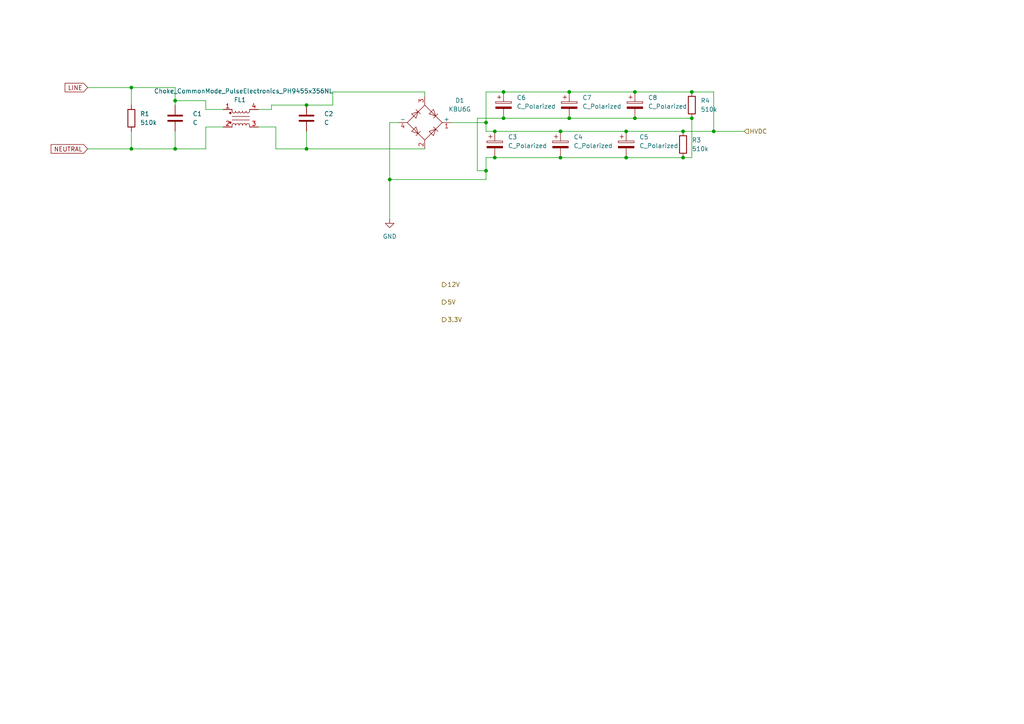
<source format=kicad_sch>
(kicad_sch
	(version 20231120)
	(generator "eeschema")
	(generator_version "8.0")
	(uuid "88c3e881-0933-4ca9-a72a-aac251d83b02")
	(paper "A4")
	(lib_symbols
		(symbol "Device:C"
			(pin_numbers hide)
			(pin_names
				(offset 0.254)
			)
			(exclude_from_sim no)
			(in_bom yes)
			(on_board yes)
			(property "Reference" "C"
				(at 0.635 2.54 0)
				(effects
					(font
						(size 1.27 1.27)
					)
					(justify left)
				)
			)
			(property "Value" "C"
				(at 0.635 -2.54 0)
				(effects
					(font
						(size 1.27 1.27)
					)
					(justify left)
				)
			)
			(property "Footprint" ""
				(at 0.9652 -3.81 0)
				(effects
					(font
						(size 1.27 1.27)
					)
					(hide yes)
				)
			)
			(property "Datasheet" "~"
				(at 0 0 0)
				(effects
					(font
						(size 1.27 1.27)
					)
					(hide yes)
				)
			)
			(property "Description" "Unpolarized capacitor"
				(at 0 0 0)
				(effects
					(font
						(size 1.27 1.27)
					)
					(hide yes)
				)
			)
			(property "ki_keywords" "cap capacitor"
				(at 0 0 0)
				(effects
					(font
						(size 1.27 1.27)
					)
					(hide yes)
				)
			)
			(property "ki_fp_filters" "C_*"
				(at 0 0 0)
				(effects
					(font
						(size 1.27 1.27)
					)
					(hide yes)
				)
			)
			(symbol "C_0_1"
				(polyline
					(pts
						(xy -2.032 -0.762) (xy 2.032 -0.762)
					)
					(stroke
						(width 0.508)
						(type default)
					)
					(fill
						(type none)
					)
				)
				(polyline
					(pts
						(xy -2.032 0.762) (xy 2.032 0.762)
					)
					(stroke
						(width 0.508)
						(type default)
					)
					(fill
						(type none)
					)
				)
			)
			(symbol "C_1_1"
				(pin passive line
					(at 0 3.81 270)
					(length 2.794)
					(name "~"
						(effects
							(font
								(size 1.27 1.27)
							)
						)
					)
					(number "1"
						(effects
							(font
								(size 1.27 1.27)
							)
						)
					)
				)
				(pin passive line
					(at 0 -3.81 90)
					(length 2.794)
					(name "~"
						(effects
							(font
								(size 1.27 1.27)
							)
						)
					)
					(number "2"
						(effects
							(font
								(size 1.27 1.27)
							)
						)
					)
				)
			)
		)
		(symbol "Device:C_Polarized"
			(pin_numbers hide)
			(pin_names
				(offset 0.254)
			)
			(exclude_from_sim no)
			(in_bom yes)
			(on_board yes)
			(property "Reference" "C"
				(at 0.635 2.54 0)
				(effects
					(font
						(size 1.27 1.27)
					)
					(justify left)
				)
			)
			(property "Value" "C_Polarized"
				(at 0.635 -2.54 0)
				(effects
					(font
						(size 1.27 1.27)
					)
					(justify left)
				)
			)
			(property "Footprint" ""
				(at 0.9652 -3.81 0)
				(effects
					(font
						(size 1.27 1.27)
					)
					(hide yes)
				)
			)
			(property "Datasheet" "~"
				(at 0 0 0)
				(effects
					(font
						(size 1.27 1.27)
					)
					(hide yes)
				)
			)
			(property "Description" "Polarized capacitor"
				(at 0 0 0)
				(effects
					(font
						(size 1.27 1.27)
					)
					(hide yes)
				)
			)
			(property "ki_keywords" "cap capacitor"
				(at 0 0 0)
				(effects
					(font
						(size 1.27 1.27)
					)
					(hide yes)
				)
			)
			(property "ki_fp_filters" "CP_*"
				(at 0 0 0)
				(effects
					(font
						(size 1.27 1.27)
					)
					(hide yes)
				)
			)
			(symbol "C_Polarized_0_1"
				(rectangle
					(start -2.286 0.508)
					(end 2.286 1.016)
					(stroke
						(width 0)
						(type default)
					)
					(fill
						(type none)
					)
				)
				(polyline
					(pts
						(xy -1.778 2.286) (xy -0.762 2.286)
					)
					(stroke
						(width 0)
						(type default)
					)
					(fill
						(type none)
					)
				)
				(polyline
					(pts
						(xy -1.27 2.794) (xy -1.27 1.778)
					)
					(stroke
						(width 0)
						(type default)
					)
					(fill
						(type none)
					)
				)
				(rectangle
					(start 2.286 -0.508)
					(end -2.286 -1.016)
					(stroke
						(width 0)
						(type default)
					)
					(fill
						(type outline)
					)
				)
			)
			(symbol "C_Polarized_1_1"
				(pin passive line
					(at 0 3.81 270)
					(length 2.794)
					(name "~"
						(effects
							(font
								(size 1.27 1.27)
							)
						)
					)
					(number "1"
						(effects
							(font
								(size 1.27 1.27)
							)
						)
					)
				)
				(pin passive line
					(at 0 -3.81 90)
					(length 2.794)
					(name "~"
						(effects
							(font
								(size 1.27 1.27)
							)
						)
					)
					(number "2"
						(effects
							(font
								(size 1.27 1.27)
							)
						)
					)
				)
			)
		)
		(symbol "Device:R"
			(pin_numbers hide)
			(pin_names
				(offset 0)
			)
			(exclude_from_sim no)
			(in_bom yes)
			(on_board yes)
			(property "Reference" "R"
				(at 2.032 0 90)
				(effects
					(font
						(size 1.27 1.27)
					)
				)
			)
			(property "Value" "R"
				(at 0 0 90)
				(effects
					(font
						(size 1.27 1.27)
					)
				)
			)
			(property "Footprint" ""
				(at -1.778 0 90)
				(effects
					(font
						(size 1.27 1.27)
					)
					(hide yes)
				)
			)
			(property "Datasheet" "~"
				(at 0 0 0)
				(effects
					(font
						(size 1.27 1.27)
					)
					(hide yes)
				)
			)
			(property "Description" "Resistor"
				(at 0 0 0)
				(effects
					(font
						(size 1.27 1.27)
					)
					(hide yes)
				)
			)
			(property "ki_keywords" "R res resistor"
				(at 0 0 0)
				(effects
					(font
						(size 1.27 1.27)
					)
					(hide yes)
				)
			)
			(property "ki_fp_filters" "R_*"
				(at 0 0 0)
				(effects
					(font
						(size 1.27 1.27)
					)
					(hide yes)
				)
			)
			(symbol "R_0_1"
				(rectangle
					(start -1.016 -2.54)
					(end 1.016 2.54)
					(stroke
						(width 0.254)
						(type default)
					)
					(fill
						(type none)
					)
				)
			)
			(symbol "R_1_1"
				(pin passive line
					(at 0 3.81 270)
					(length 1.27)
					(name "~"
						(effects
							(font
								(size 1.27 1.27)
							)
						)
					)
					(number "1"
						(effects
							(font
								(size 1.27 1.27)
							)
						)
					)
				)
				(pin passive line
					(at 0 -3.81 90)
					(length 1.27)
					(name "~"
						(effects
							(font
								(size 1.27 1.27)
							)
						)
					)
					(number "2"
						(effects
							(font
								(size 1.27 1.27)
							)
						)
					)
				)
			)
		)
		(symbol "Diode_Bridge:KBU6G"
			(pin_names
				(offset 0)
			)
			(exclude_from_sim no)
			(in_bom yes)
			(on_board yes)
			(property "Reference" "D"
				(at 2.54 6.985 0)
				(effects
					(font
						(size 1.27 1.27)
					)
					(justify left)
				)
			)
			(property "Value" "KBU6G"
				(at 2.54 5.08 0)
				(effects
					(font
						(size 1.27 1.27)
					)
					(justify left)
				)
			)
			(property "Footprint" "Diode_THT:Diode_Bridge_Vishay_KBU"
				(at 3.81 3.175 0)
				(effects
					(font
						(size 1.27 1.27)
					)
					(justify left)
					(hide yes)
				)
			)
			(property "Datasheet" "http://www.vishay.com/docs/88656/kbu6.pdf"
				(at 0 0 0)
				(effects
					(font
						(size 1.27 1.27)
					)
					(hide yes)
				)
			)
			(property "Description" "Single-Phase Bridge Rectifier, 280V Vrms, 6.0A If, KBU package"
				(at 0 0 0)
				(effects
					(font
						(size 1.27 1.27)
					)
					(hide yes)
				)
			)
			(property "ki_keywords" "rectifier acdc"
				(at 0 0 0)
				(effects
					(font
						(size 1.27 1.27)
					)
					(hide yes)
				)
			)
			(property "ki_fp_filters" "Diode*Bridge*Vishay*KBU*"
				(at 0 0 0)
				(effects
					(font
						(size 1.27 1.27)
					)
					(hide yes)
				)
			)
			(symbol "KBU6G_0_1"
				(polyline
					(pts
						(xy -2.54 3.81) (xy -1.27 2.54)
					)
					(stroke
						(width 0)
						(type default)
					)
					(fill
						(type none)
					)
				)
				(polyline
					(pts
						(xy -1.27 -2.54) (xy -2.54 -3.81)
					)
					(stroke
						(width 0)
						(type default)
					)
					(fill
						(type none)
					)
				)
				(polyline
					(pts
						(xy 2.54 -1.27) (xy 3.81 -2.54)
					)
					(stroke
						(width 0)
						(type default)
					)
					(fill
						(type none)
					)
				)
				(polyline
					(pts
						(xy 2.54 1.27) (xy 3.81 2.54)
					)
					(stroke
						(width 0)
						(type default)
					)
					(fill
						(type none)
					)
				)
				(polyline
					(pts
						(xy -3.81 2.54) (xy -2.54 1.27) (xy -1.905 3.175) (xy -3.81 2.54)
					)
					(stroke
						(width 0)
						(type default)
					)
					(fill
						(type none)
					)
				)
				(polyline
					(pts
						(xy -2.54 -1.27) (xy -3.81 -2.54) (xy -1.905 -3.175) (xy -2.54 -1.27)
					)
					(stroke
						(width 0)
						(type default)
					)
					(fill
						(type none)
					)
				)
				(polyline
					(pts
						(xy 1.27 2.54) (xy 2.54 3.81) (xy 3.175 1.905) (xy 1.27 2.54)
					)
					(stroke
						(width 0)
						(type default)
					)
					(fill
						(type none)
					)
				)
				(polyline
					(pts
						(xy 3.175 -1.905) (xy 1.27 -2.54) (xy 2.54 -3.81) (xy 3.175 -1.905)
					)
					(stroke
						(width 0)
						(type default)
					)
					(fill
						(type none)
					)
				)
				(polyline
					(pts
						(xy -5.08 0) (xy 0 -5.08) (xy 5.08 0) (xy 0 5.08) (xy -5.08 0)
					)
					(stroke
						(width 0)
						(type default)
					)
					(fill
						(type none)
					)
				)
			)
			(symbol "KBU6G_1_1"
				(pin passive line
					(at 7.62 0 180)
					(length 2.54)
					(name "+"
						(effects
							(font
								(size 1.27 1.27)
							)
						)
					)
					(number "1"
						(effects
							(font
								(size 1.27 1.27)
							)
						)
					)
				)
				(pin passive line
					(at 0 -7.62 90)
					(length 2.54)
					(name "~"
						(effects
							(font
								(size 1.27 1.27)
							)
						)
					)
					(number "2"
						(effects
							(font
								(size 1.27 1.27)
							)
						)
					)
				)
				(pin passive line
					(at 0 7.62 270)
					(length 2.54)
					(name "~"
						(effects
							(font
								(size 1.27 1.27)
							)
						)
					)
					(number "3"
						(effects
							(font
								(size 1.27 1.27)
							)
						)
					)
				)
				(pin passive line
					(at -7.62 0 0)
					(length 2.54)
					(name "-"
						(effects
							(font
								(size 1.27 1.27)
							)
						)
					)
					(number "4"
						(effects
							(font
								(size 1.27 1.27)
							)
						)
					)
				)
			)
		)
		(symbol "Filter:Choke_CommonMode_PulseElectronics_PH9455x356NL"
			(pin_names hide)
			(exclude_from_sim no)
			(in_bom yes)
			(on_board yes)
			(property "Reference" "FL"
				(at 0 5.08 0)
				(effects
					(font
						(size 1.27 1.27)
					)
				)
			)
			(property "Value" "Choke_CommonMode_PulseElectronics_PH9455x356NL"
				(at 0 -5.08 0)
				(effects
					(font
						(size 1.27 1.27)
					)
				)
			)
			(property "Footprint" "Inductor_THT:L_CommonMode_PulseElectronics_PH9455xxx6NL_2"
				(at 0 0 0)
				(effects
					(font
						(size 1.27 1.27)
					)
					(hide yes)
				)
			)
			(property "Datasheet" "https://productfinder.pulseelectronics.com/api/open/product-attachments/datasheet/ph9455.105nl"
				(at 0 0 0)
				(effects
					(font
						(size 1.27 1.27)
					)
					(hide yes)
				)
			)
			(property "Description" "Common mode choke, 4A, 380VAC, 35mH, 80 mOhm, PH9455x356NL"
				(at 0 0 0)
				(effects
					(font
						(size 1.27 1.27)
					)
					(hide yes)
				)
			)
			(property "ki_keywords" "common-mode common mode choke powerline power line filter"
				(at 0 0 0)
				(effects
					(font
						(size 1.27 1.27)
					)
					(hide yes)
				)
			)
			(property "ki_fp_filters" "L*CommonMode*PulseElectronics*PH9455xxx6NL?2*"
				(at 0 0 0)
				(effects
					(font
						(size 1.27 1.27)
					)
					(hide yes)
				)
			)
			(symbol "Choke_CommonMode_PulseElectronics_PH9455x356NL_1_1"
				(circle
					(center -3.048 -1.27)
					(radius 0.254)
					(stroke
						(width 0)
						(type default)
					)
					(fill
						(type outline)
					)
				)
				(circle
					(center -3.048 1.524)
					(radius 0.254)
					(stroke
						(width 0)
						(type default)
					)
					(fill
						(type outline)
					)
				)
				(arc
					(start -2.54 2.032)
					(mid -2.032 1.5262)
					(end -1.524 2.032)
					(stroke
						(width 0)
						(type default)
					)
					(fill
						(type none)
					)
				)
				(arc
					(start -1.524 -2.032)
					(mid -2.032 -1.5262)
					(end -2.54 -2.032)
					(stroke
						(width 0)
						(type default)
					)
					(fill
						(type none)
					)
				)
				(arc
					(start -1.524 2.032)
					(mid -1.016 1.5262)
					(end -0.508 2.032)
					(stroke
						(width 0)
						(type default)
					)
					(fill
						(type none)
					)
				)
				(arc
					(start -0.508 -2.032)
					(mid -1.016 -1.5262)
					(end -1.524 -2.032)
					(stroke
						(width 0)
						(type default)
					)
					(fill
						(type none)
					)
				)
				(arc
					(start -0.508 2.032)
					(mid 0 1.5262)
					(end 0.508 2.032)
					(stroke
						(width 0)
						(type default)
					)
					(fill
						(type none)
					)
				)
				(polyline
					(pts
						(xy -2.54 -2.032) (xy -2.54 -2.54)
					)
					(stroke
						(width 0)
						(type default)
					)
					(fill
						(type none)
					)
				)
				(polyline
					(pts
						(xy -2.54 0.508) (xy 2.54 0.508)
					)
					(stroke
						(width 0)
						(type default)
					)
					(fill
						(type none)
					)
				)
				(polyline
					(pts
						(xy -2.54 2.032) (xy -2.54 2.54)
					)
					(stroke
						(width 0)
						(type default)
					)
					(fill
						(type none)
					)
				)
				(polyline
					(pts
						(xy 2.54 -2.032) (xy 2.54 -2.54)
					)
					(stroke
						(width 0)
						(type default)
					)
					(fill
						(type none)
					)
				)
				(polyline
					(pts
						(xy 2.54 -0.508) (xy -2.54 -0.508)
					)
					(stroke
						(width 0)
						(type default)
					)
					(fill
						(type none)
					)
				)
				(polyline
					(pts
						(xy 2.54 2.54) (xy 2.54 2.032)
					)
					(stroke
						(width 0)
						(type default)
					)
					(fill
						(type none)
					)
				)
				(arc
					(start 0.508 -2.032)
					(mid 0 -1.5262)
					(end -0.508 -2.032)
					(stroke
						(width 0)
						(type default)
					)
					(fill
						(type none)
					)
				)
				(arc
					(start 0.508 2.032)
					(mid 1.016 1.5262)
					(end 1.524 2.032)
					(stroke
						(width 0)
						(type default)
					)
					(fill
						(type none)
					)
				)
				(arc
					(start 1.524 -2.032)
					(mid 1.016 -1.5262)
					(end 0.508 -2.032)
					(stroke
						(width 0)
						(type default)
					)
					(fill
						(type none)
					)
				)
				(arc
					(start 1.524 2.032)
					(mid 2.032 1.5262)
					(end 2.54 2.032)
					(stroke
						(width 0)
						(type default)
					)
					(fill
						(type none)
					)
				)
				(arc
					(start 2.54 -2.032)
					(mid 2.032 -1.5262)
					(end 1.524 -2.032)
					(stroke
						(width 0)
						(type default)
					)
					(fill
						(type none)
					)
				)
				(pin passive line
					(at -5.08 2.54 0)
					(length 2.54)
					(name "1"
						(effects
							(font
								(size 1.27 1.27)
							)
						)
					)
					(number "1"
						(effects
							(font
								(size 1.27 1.27)
							)
						)
					)
				)
				(pin passive line
					(at -5.08 -2.54 0)
					(length 2.54)
					(name "2"
						(effects
							(font
								(size 1.27 1.27)
							)
						)
					)
					(number "2"
						(effects
							(font
								(size 1.27 1.27)
							)
						)
					)
				)
				(pin passive line
					(at 5.08 -2.54 180)
					(length 2.54)
					(name "3"
						(effects
							(font
								(size 1.27 1.27)
							)
						)
					)
					(number "3"
						(effects
							(font
								(size 1.27 1.27)
							)
						)
					)
				)
				(pin passive line
					(at 5.08 2.54 180)
					(length 2.54)
					(name "4"
						(effects
							(font
								(size 1.27 1.27)
							)
						)
					)
					(number "4"
						(effects
							(font
								(size 1.27 1.27)
							)
						)
					)
				)
			)
		)
		(symbol "power:GND"
			(power)
			(pin_numbers hide)
			(pin_names
				(offset 0) hide)
			(exclude_from_sim no)
			(in_bom yes)
			(on_board yes)
			(property "Reference" "#PWR"
				(at 0 -6.35 0)
				(effects
					(font
						(size 1.27 1.27)
					)
					(hide yes)
				)
			)
			(property "Value" "GND"
				(at 0 -3.81 0)
				(effects
					(font
						(size 1.27 1.27)
					)
				)
			)
			(property "Footprint" ""
				(at 0 0 0)
				(effects
					(font
						(size 1.27 1.27)
					)
					(hide yes)
				)
			)
			(property "Datasheet" ""
				(at 0 0 0)
				(effects
					(font
						(size 1.27 1.27)
					)
					(hide yes)
				)
			)
			(property "Description" "Power symbol creates a global label with name \"GND\" , ground"
				(at 0 0 0)
				(effects
					(font
						(size 1.27 1.27)
					)
					(hide yes)
				)
			)
			(property "ki_keywords" "global power"
				(at 0 0 0)
				(effects
					(font
						(size 1.27 1.27)
					)
					(hide yes)
				)
			)
			(symbol "GND_0_1"
				(polyline
					(pts
						(xy 0 0) (xy 0 -1.27) (xy 1.27 -1.27) (xy 0 -2.54) (xy -1.27 -1.27) (xy 0 -1.27)
					)
					(stroke
						(width 0)
						(type default)
					)
					(fill
						(type none)
					)
				)
			)
			(symbol "GND_1_1"
				(pin power_in line
					(at 0 0 270)
					(length 0)
					(name "~"
						(effects
							(font
								(size 1.27 1.27)
							)
						)
					)
					(number "1"
						(effects
							(font
								(size 1.27 1.27)
							)
						)
					)
				)
			)
		)
	)
	(junction
		(at 88.9 43.18)
		(diameter 0)
		(color 0 0 0 0)
		(uuid "008a3671-a8b4-438b-aa10-8c5a113ae9c7")
	)
	(junction
		(at 198.12 45.72)
		(diameter 0)
		(color 0 0 0 0)
		(uuid "02e2c440-c48f-47b6-84fa-12f5aa194d08")
	)
	(junction
		(at 143.51 45.72)
		(diameter 0)
		(color 0 0 0 0)
		(uuid "185becd4-0c0c-42db-8cdb-3b993e506ba9")
	)
	(junction
		(at 162.56 45.72)
		(diameter 0)
		(color 0 0 0 0)
		(uuid "1ece33d6-910f-47fe-a1d7-d0494d415904")
	)
	(junction
		(at 146.05 26.67)
		(diameter 0)
		(color 0 0 0 0)
		(uuid "2d5c4d19-78ef-4542-9710-e9ff786d3594")
	)
	(junction
		(at 38.1 43.18)
		(diameter 0)
		(color 0 0 0 0)
		(uuid "327d7a05-0069-44db-98ab-b9a8eb14d5b5")
	)
	(junction
		(at 200.66 34.29)
		(diameter 0)
		(color 0 0 0 0)
		(uuid "39b45895-82bc-4598-b3a1-30886d049d1d")
	)
	(junction
		(at 198.12 38.1)
		(diameter 0)
		(color 0 0 0 0)
		(uuid "467e00fd-1091-41ad-983e-0f7b67243cf3")
	)
	(junction
		(at 165.1 26.67)
		(diameter 0)
		(color 0 0 0 0)
		(uuid "5cab5a22-e1d2-4951-afcf-40dd34e356c4")
	)
	(junction
		(at 88.9 30.48)
		(diameter 0)
		(color 0 0 0 0)
		(uuid "618d7404-28f7-4062-965b-4bff5f533b95")
	)
	(junction
		(at 50.8 43.18)
		(diameter 0)
		(color 0 0 0 0)
		(uuid "6a4f780f-ce2c-4958-8f91-b3d438ea7c54")
	)
	(junction
		(at 165.1 34.29)
		(diameter 0)
		(color 0 0 0 0)
		(uuid "6c298d53-fa98-4ba4-bbef-bc7d88081f4d")
	)
	(junction
		(at 181.61 45.72)
		(diameter 0)
		(color 0 0 0 0)
		(uuid "6eea8045-73a5-4555-8fe3-b912f0735ff3")
	)
	(junction
		(at 50.8 29.21)
		(diameter 0)
		(color 0 0 0 0)
		(uuid "7f59b678-bf59-469e-bb4b-f678987348c9")
	)
	(junction
		(at 38.1 25.4)
		(diameter 0)
		(color 0 0 0 0)
		(uuid "85f3b2f5-5732-41f4-bf0c-1b14403f9262")
	)
	(junction
		(at 140.97 49.53)
		(diameter 0)
		(color 0 0 0 0)
		(uuid "8c888037-e8e0-46fa-bec2-8d94015f7ef7")
	)
	(junction
		(at 162.56 38.1)
		(diameter 0)
		(color 0 0 0 0)
		(uuid "91ebdbe1-ce17-40fa-840c-f53aa2cfad38")
	)
	(junction
		(at 184.15 26.67)
		(diameter 0)
		(color 0 0 0 0)
		(uuid "97c1f139-c535-47d2-b464-69960a3c1f8b")
	)
	(junction
		(at 207.01 38.1)
		(diameter 0)
		(color 0 0 0 0)
		(uuid "afadd664-b8fb-43c3-8f26-8f6a2b074ce5")
	)
	(junction
		(at 113.03 52.07)
		(diameter 0)
		(color 0 0 0 0)
		(uuid "b0b85d9d-f660-434a-b6cc-75509260d13b")
	)
	(junction
		(at 143.51 38.1)
		(diameter 0)
		(color 0 0 0 0)
		(uuid "ca5baf73-c256-4db5-87c6-f70e2852e89b")
	)
	(junction
		(at 146.05 34.29)
		(diameter 0)
		(color 0 0 0 0)
		(uuid "d90ee062-d021-44f5-96b0-f26ae2f4153b")
	)
	(junction
		(at 200.66 26.67)
		(diameter 0)
		(color 0 0 0 0)
		(uuid "e4af400b-6410-4867-93c8-1dd340adcf7a")
	)
	(junction
		(at 184.15 34.29)
		(diameter 0)
		(color 0 0 0 0)
		(uuid "e67ce8e5-9e90-4388-8e67-90977134252c")
	)
	(junction
		(at 140.97 35.56)
		(diameter 0)
		(color 0 0 0 0)
		(uuid "eda1dc76-2476-4abd-8459-eb1f49b77472")
	)
	(junction
		(at 181.61 38.1)
		(diameter 0)
		(color 0 0 0 0)
		(uuid "f7f18418-5894-4d51-96ab-83c8b4b0dc70")
	)
	(wire
		(pts
			(xy 140.97 26.67) (xy 140.97 35.56)
		)
		(stroke
			(width 0)
			(type default)
		)
		(uuid "091b87a0-2def-4f02-b769-c23f2caf9e13")
	)
	(wire
		(pts
			(xy 96.52 30.48) (xy 96.52 26.67)
		)
		(stroke
			(width 0)
			(type default)
		)
		(uuid "0a99fc13-13f3-44c7-ac83-74906e556f11")
	)
	(wire
		(pts
			(xy 200.66 26.67) (xy 207.01 26.67)
		)
		(stroke
			(width 0)
			(type default)
		)
		(uuid "0d8673f6-68c2-4c4b-bd0d-0b90e8037397")
	)
	(wire
		(pts
			(xy 138.43 49.53) (xy 140.97 49.53)
		)
		(stroke
			(width 0)
			(type default)
		)
		(uuid "0ed9bbe3-dba2-4968-af68-0255ab63e781")
	)
	(wire
		(pts
			(xy 74.93 31.75) (xy 78.74 31.75)
		)
		(stroke
			(width 0)
			(type default)
		)
		(uuid "11e89890-73bb-4de6-8fd6-657a79ad1404")
	)
	(wire
		(pts
			(xy 184.15 26.67) (xy 200.66 26.67)
		)
		(stroke
			(width 0)
			(type default)
		)
		(uuid "1571304d-34d1-4664-adc9-08df8eb04a70")
	)
	(wire
		(pts
			(xy 207.01 26.67) (xy 207.01 38.1)
		)
		(stroke
			(width 0)
			(type default)
		)
		(uuid "16f48e56-b561-4255-b034-581f042c12b4")
	)
	(wire
		(pts
			(xy 64.77 36.83) (xy 59.69 36.83)
		)
		(stroke
			(width 0)
			(type default)
		)
		(uuid "1884f47e-b83a-4cdd-b04b-296d00980f66")
	)
	(wire
		(pts
			(xy 165.1 26.67) (xy 184.15 26.67)
		)
		(stroke
			(width 0)
			(type default)
		)
		(uuid "1fc263f9-1f40-44cd-964b-10a6a8224ba4")
	)
	(wire
		(pts
			(xy 50.8 30.48) (xy 50.8 29.21)
		)
		(stroke
			(width 0)
			(type default)
		)
		(uuid "22cae183-a282-4298-8f05-76277328b402")
	)
	(wire
		(pts
			(xy 50.8 29.21) (xy 59.69 29.21)
		)
		(stroke
			(width 0)
			(type default)
		)
		(uuid "28c4d649-b570-4526-8a04-5b89d19182b2")
	)
	(wire
		(pts
			(xy 50.8 43.18) (xy 59.69 43.18)
		)
		(stroke
			(width 0)
			(type default)
		)
		(uuid "2c5fb467-013e-4050-82bc-e0ed4df3ea90")
	)
	(wire
		(pts
			(xy 143.51 45.72) (xy 162.56 45.72)
		)
		(stroke
			(width 0)
			(type default)
		)
		(uuid "302aa8d2-7921-4be2-b464-feb5610e11a5")
	)
	(wire
		(pts
			(xy 96.52 26.67) (xy 123.19 26.67)
		)
		(stroke
			(width 0)
			(type default)
		)
		(uuid "3a744894-cc23-4ca0-a95e-ea31053edb8d")
	)
	(wire
		(pts
			(xy 140.97 45.72) (xy 143.51 45.72)
		)
		(stroke
			(width 0)
			(type default)
		)
		(uuid "3fc0483d-b65c-4dc2-a8f1-cf311cf2aecf")
	)
	(wire
		(pts
			(xy 113.03 35.56) (xy 113.03 52.07)
		)
		(stroke
			(width 0)
			(type default)
		)
		(uuid "4a168777-cf32-45ca-bf6c-eb7fb04e4060")
	)
	(wire
		(pts
			(xy 78.74 31.75) (xy 78.74 30.48)
		)
		(stroke
			(width 0)
			(type default)
		)
		(uuid "4f3425c2-6d8d-4e8b-9628-aad972df75de")
	)
	(wire
		(pts
			(xy 138.43 34.29) (xy 138.43 49.53)
		)
		(stroke
			(width 0)
			(type default)
		)
		(uuid "50ffca7e-5af6-4e24-8cdb-08b940267ea0")
	)
	(wire
		(pts
			(xy 146.05 34.29) (xy 165.1 34.29)
		)
		(stroke
			(width 0)
			(type default)
		)
		(uuid "55e604aa-ba34-47bc-a790-22b0867647aa")
	)
	(wire
		(pts
			(xy 88.9 43.18) (xy 123.19 43.18)
		)
		(stroke
			(width 0)
			(type default)
		)
		(uuid "5b8b585e-d4d6-4117-90d6-7119f3beb781")
	)
	(wire
		(pts
			(xy 50.8 29.21) (xy 50.8 25.4)
		)
		(stroke
			(width 0)
			(type default)
		)
		(uuid "5bf3ec48-26d9-423e-b5f4-b4beef0f3fb2")
	)
	(wire
		(pts
			(xy 59.69 29.21) (xy 59.69 31.75)
		)
		(stroke
			(width 0)
			(type default)
		)
		(uuid "6545e779-b8d2-4662-a4a7-747b58fbef70")
	)
	(wire
		(pts
			(xy 146.05 26.67) (xy 165.1 26.67)
		)
		(stroke
			(width 0)
			(type default)
		)
		(uuid "6b879d5b-bc45-4f79-87da-ee46e9a742fb")
	)
	(wire
		(pts
			(xy 38.1 25.4) (xy 38.1 30.48)
		)
		(stroke
			(width 0)
			(type default)
		)
		(uuid "6ceb8db7-afe9-47ea-8764-3e2152b2771d")
	)
	(wire
		(pts
			(xy 184.15 34.29) (xy 200.66 34.29)
		)
		(stroke
			(width 0)
			(type default)
		)
		(uuid "7247a1e2-96ed-43ce-9cfe-9a1fd8d39b07")
	)
	(wire
		(pts
			(xy 80.01 43.18) (xy 88.9 43.18)
		)
		(stroke
			(width 0)
			(type default)
		)
		(uuid "726523d3-44a9-40f1-b77e-11aa1a62fd4f")
	)
	(wire
		(pts
			(xy 162.56 38.1) (xy 181.61 38.1)
		)
		(stroke
			(width 0)
			(type default)
		)
		(uuid "74047c9e-a9f1-4a28-8fd6-cffba7a54172")
	)
	(wire
		(pts
			(xy 140.97 45.72) (xy 140.97 49.53)
		)
		(stroke
			(width 0)
			(type default)
		)
		(uuid "7479a36e-04c4-497c-8b81-1cd2ac799e1a")
	)
	(wire
		(pts
			(xy 123.19 26.67) (xy 123.19 27.94)
		)
		(stroke
			(width 0)
			(type default)
		)
		(uuid "7bba10c1-826f-46f8-9626-e5a5fad9513b")
	)
	(wire
		(pts
			(xy 74.93 36.83) (xy 80.01 36.83)
		)
		(stroke
			(width 0)
			(type default)
		)
		(uuid "7d07d37d-c30a-4939-a393-04cd8c9e819c")
	)
	(wire
		(pts
			(xy 207.01 38.1) (xy 215.9 38.1)
		)
		(stroke
			(width 0)
			(type default)
		)
		(uuid "7e17f8b3-2b32-4332-a992-3c5dc0dca212")
	)
	(wire
		(pts
			(xy 143.51 38.1) (xy 162.56 38.1)
		)
		(stroke
			(width 0)
			(type default)
		)
		(uuid "80a75287-32a0-4b43-9eb6-d25b25b92d4e")
	)
	(wire
		(pts
			(xy 198.12 38.1) (xy 207.01 38.1)
		)
		(stroke
			(width 0)
			(type default)
		)
		(uuid "8b55c9dc-db7d-441f-945d-51f1cc734b83")
	)
	(wire
		(pts
			(xy 50.8 38.1) (xy 50.8 43.18)
		)
		(stroke
			(width 0)
			(type default)
		)
		(uuid "8be6f611-5ef6-4dae-8773-3abc00a7b4ec")
	)
	(wire
		(pts
			(xy 38.1 25.4) (xy 25.4 25.4)
		)
		(stroke
			(width 0)
			(type default)
		)
		(uuid "8c4f47e5-380d-4d56-81e5-6b0f9ad17867")
	)
	(wire
		(pts
			(xy 59.69 36.83) (xy 59.69 43.18)
		)
		(stroke
			(width 0)
			(type default)
		)
		(uuid "8e8eefce-6362-4b71-9748-d1f427f864e2")
	)
	(wire
		(pts
			(xy 88.9 38.1) (xy 88.9 43.18)
		)
		(stroke
			(width 0)
			(type default)
		)
		(uuid "98ec36eb-27cb-40e3-8bbb-3fdfade1a619")
	)
	(wire
		(pts
			(xy 140.97 35.56) (xy 140.97 38.1)
		)
		(stroke
			(width 0)
			(type default)
		)
		(uuid "995d536c-1086-4393-a72f-c8114eb500e2")
	)
	(wire
		(pts
			(xy 162.56 45.72) (xy 181.61 45.72)
		)
		(stroke
			(width 0)
			(type default)
		)
		(uuid "a41de597-8a6c-455d-bf77-f0533912b4b9")
	)
	(wire
		(pts
			(xy 50.8 25.4) (xy 38.1 25.4)
		)
		(stroke
			(width 0)
			(type default)
		)
		(uuid "a5d5e879-6b2c-41a4-95f4-23003ff8e17d")
	)
	(wire
		(pts
			(xy 80.01 36.83) (xy 80.01 43.18)
		)
		(stroke
			(width 0)
			(type default)
		)
		(uuid "a9001fc6-f2d7-451e-8a2a-b763a0081e2d")
	)
	(wire
		(pts
			(xy 140.97 26.67) (xy 146.05 26.67)
		)
		(stroke
			(width 0)
			(type default)
		)
		(uuid "ac43665f-c0f9-4be4-b9d2-0b8c63c1aaa1")
	)
	(wire
		(pts
			(xy 181.61 45.72) (xy 198.12 45.72)
		)
		(stroke
			(width 0)
			(type default)
		)
		(uuid "b63108d1-59ae-4a8c-b74a-11527b03d181")
	)
	(wire
		(pts
			(xy 130.81 35.56) (xy 140.97 35.56)
		)
		(stroke
			(width 0)
			(type default)
		)
		(uuid "b8f2cd07-98ef-4328-abd2-27acda0ef04b")
	)
	(wire
		(pts
			(xy 181.61 38.1) (xy 198.12 38.1)
		)
		(stroke
			(width 0)
			(type default)
		)
		(uuid "b97d00bd-ca1c-4c0b-9c90-f25160782193")
	)
	(wire
		(pts
			(xy 165.1 34.29) (xy 184.15 34.29)
		)
		(stroke
			(width 0)
			(type default)
		)
		(uuid "c73d7f04-d16c-4702-8a35-aa3f2a7f0ecc")
	)
	(wire
		(pts
			(xy 78.74 30.48) (xy 88.9 30.48)
		)
		(stroke
			(width 0)
			(type default)
		)
		(uuid "cc83f7b8-eb80-41cc-9cfb-6d27cac118e7")
	)
	(wire
		(pts
			(xy 88.9 30.48) (xy 96.52 30.48)
		)
		(stroke
			(width 0)
			(type default)
		)
		(uuid "cd2bf796-62a1-4fe5-bbb0-504ab53fdbaf")
	)
	(wire
		(pts
			(xy 25.4 43.18) (xy 38.1 43.18)
		)
		(stroke
			(width 0)
			(type default)
		)
		(uuid "d0d4bd1b-55ce-408f-9aa2-ae94e69ad683")
	)
	(wire
		(pts
			(xy 38.1 38.1) (xy 38.1 43.18)
		)
		(stroke
			(width 0)
			(type default)
		)
		(uuid "d5d8c9cc-410a-4747-87da-9fc2b2196dc9")
	)
	(wire
		(pts
			(xy 140.97 49.53) (xy 140.97 52.07)
		)
		(stroke
			(width 0)
			(type default)
		)
		(uuid "d75ddd9f-60c3-491f-b36c-7243a4c73aad")
	)
	(wire
		(pts
			(xy 113.03 35.56) (xy 115.57 35.56)
		)
		(stroke
			(width 0)
			(type default)
		)
		(uuid "d7ca5d10-3098-408b-82ef-615efd929d0f")
	)
	(wire
		(pts
			(xy 38.1 43.18) (xy 50.8 43.18)
		)
		(stroke
			(width 0)
			(type default)
		)
		(uuid "dddbc170-258b-4f69-8059-7edaa4c100f1")
	)
	(wire
		(pts
			(xy 200.66 34.29) (xy 200.66 45.72)
		)
		(stroke
			(width 0)
			(type default)
		)
		(uuid "e0c1011d-cfe4-4972-a996-7ce1d1e5910e")
	)
	(wire
		(pts
			(xy 113.03 52.07) (xy 113.03 63.5)
		)
		(stroke
			(width 0)
			(type default)
		)
		(uuid "f3432527-d6b0-463b-b81d-e56b2f98a70e")
	)
	(wire
		(pts
			(xy 138.43 34.29) (xy 146.05 34.29)
		)
		(stroke
			(width 0)
			(type default)
		)
		(uuid "f3a8609f-b4c9-4541-bd9a-b2f3ba7da700")
	)
	(wire
		(pts
			(xy 200.66 45.72) (xy 198.12 45.72)
		)
		(stroke
			(width 0)
			(type default)
		)
		(uuid "f54e4a37-9273-4355-8c27-26b8f8fb33c6")
	)
	(wire
		(pts
			(xy 140.97 38.1) (xy 143.51 38.1)
		)
		(stroke
			(width 0)
			(type default)
		)
		(uuid "f6c08ab1-6916-464e-a6a6-4f3624dfe2f5")
	)
	(wire
		(pts
			(xy 59.69 31.75) (xy 64.77 31.75)
		)
		(stroke
			(width 0)
			(type default)
		)
		(uuid "f771394c-86b0-4f5a-863f-080f2dc24cdf")
	)
	(wire
		(pts
			(xy 140.97 52.07) (xy 113.03 52.07)
		)
		(stroke
			(width 0)
			(type default)
		)
		(uuid "fcd9e46a-f573-4af0-9fce-1d39856b04a8")
	)
	(global_label "NEUTRAL"
		(shape input)
		(at 25.4 43.18 180)
		(fields_autoplaced yes)
		(effects
			(font
				(size 1.27 1.27)
			)
			(justify right)
		)
		(uuid "2c9d03df-0f47-47fa-9aa2-425310e151eb")
		(property "Intersheetrefs" "${INTERSHEET_REFS}"
			(at 14.2505 43.18 0)
			(effects
				(font
					(size 1.27 1.27)
				)
				(justify right)
				(hide yes)
			)
		)
	)
	(global_label "LINE"
		(shape input)
		(at 25.4 25.4 180)
		(fields_autoplaced yes)
		(effects
			(font
				(size 1.27 1.27)
			)
			(justify right)
		)
		(uuid "f38059cd-f52e-48f9-8675-d36c02904b0b")
		(property "Intersheetrefs" "${INTERSHEET_REFS}"
			(at 18.3024 25.4 0)
			(effects
				(font
					(size 1.27 1.27)
				)
				(justify right)
				(hide yes)
			)
		)
	)
	(hierarchical_label "12V"
		(shape output)
		(at 128.27 82.55 0)
		(fields_autoplaced yes)
		(effects
			(font
				(size 1.27 1.27)
			)
			(justify left)
		)
		(uuid "0eaad670-0741-4f76-929e-8dfb72a819fb")
	)
	(hierarchical_label "5V"
		(shape output)
		(at 128.27 87.63 0)
		(fields_autoplaced yes)
		(effects
			(font
				(size 1.27 1.27)
			)
			(justify left)
		)
		(uuid "679fbedf-dcd0-4643-bd22-4c95d15ab10c")
	)
	(hierarchical_label "HVDC"
		(shape input)
		(at 215.9 38.1 0)
		(fields_autoplaced yes)
		(effects
			(font
				(size 1.27 1.27)
			)
			(justify left)
		)
		(uuid "9dae583c-9d1c-4c66-aa24-e207ab8fd814")
	)
	(hierarchical_label "3.3V"
		(shape output)
		(at 128.27 92.71 0)
		(fields_autoplaced yes)
		(effects
			(font
				(size 1.27 1.27)
			)
			(justify left)
		)
		(uuid "f6e164c8-b200-4013-9621-2f254ac3a0e0")
	)
	(symbol
		(lib_id "Device:C_Polarized")
		(at 184.15 30.48 0)
		(unit 1)
		(exclude_from_sim no)
		(in_bom yes)
		(on_board yes)
		(dnp no)
		(fields_autoplaced yes)
		(uuid "1d186b32-5bd0-4907-af52-505f1c38f075")
		(property "Reference" "C8"
			(at 187.96 28.3209 0)
			(effects
				(font
					(size 1.27 1.27)
				)
				(justify left)
			)
		)
		(property "Value" "C_Polarized"
			(at 187.96 30.8609 0)
			(effects
				(font
					(size 1.27 1.27)
				)
				(justify left)
			)
		)
		(property "Footprint" "Capacitor_THT:C_Radial_D16.0mm_H25.0mm_P7.50mm"
			(at 185.1152 34.29 0)
			(effects
				(font
					(size 1.27 1.27)
				)
				(hide yes)
			)
		)
		(property "Datasheet" "~"
			(at 184.15 30.48 0)
			(effects
				(font
					(size 1.27 1.27)
				)
				(hide yes)
			)
		)
		(property "Description" "Polarized capacitor"
			(at 184.15 30.48 0)
			(effects
				(font
					(size 1.27 1.27)
				)
				(hide yes)
			)
		)
		(pin "2"
			(uuid "9007a210-defb-46e5-be61-f39c147cfb95")
		)
		(pin "1"
			(uuid "5899d8c6-88ec-480e-a2cd-5d9cd0af7900")
		)
		(instances
			(project "AutoAnnealer"
				(path "/2e5eefbb-8035-4d3b-93bb-12eb9b3ca2e0/179fea2b-aa83-4162-87ab-818d00ff6dcf"
					(reference "C8")
					(unit 1)
				)
			)
		)
	)
	(symbol
		(lib_id "Device:C_Polarized")
		(at 162.56 41.91 0)
		(unit 1)
		(exclude_from_sim no)
		(in_bom yes)
		(on_board yes)
		(dnp no)
		(fields_autoplaced yes)
		(uuid "23c77f05-216b-4bd7-a24b-84927b1c5a58")
		(property "Reference" "C4"
			(at 166.37 39.7509 0)
			(effects
				(font
					(size 1.27 1.27)
				)
				(justify left)
			)
		)
		(property "Value" "C_Polarized"
			(at 166.37 42.2909 0)
			(effects
				(font
					(size 1.27 1.27)
				)
				(justify left)
			)
		)
		(property "Footprint" "Capacitor_THT:C_Radial_D16.0mm_H25.0mm_P7.50mm"
			(at 163.5252 45.72 0)
			(effects
				(font
					(size 1.27 1.27)
				)
				(hide yes)
			)
		)
		(property "Datasheet" "~"
			(at 162.56 41.91 0)
			(effects
				(font
					(size 1.27 1.27)
				)
				(hide yes)
			)
		)
		(property "Description" "Polarized capacitor"
			(at 162.56 41.91 0)
			(effects
				(font
					(size 1.27 1.27)
				)
				(hide yes)
			)
		)
		(pin "2"
			(uuid "f729311b-f2b3-4f18-8d4c-eb61aed5ad8a")
		)
		(pin "1"
			(uuid "1bc96577-9651-417b-8820-2654b8890d41")
		)
		(instances
			(project "AutoAnnealer"
				(path "/2e5eefbb-8035-4d3b-93bb-12eb9b3ca2e0/179fea2b-aa83-4162-87ab-818d00ff6dcf"
					(reference "C4")
					(unit 1)
				)
			)
		)
	)
	(symbol
		(lib_id "Device:C")
		(at 50.8 34.29 0)
		(unit 1)
		(exclude_from_sim no)
		(in_bom yes)
		(on_board yes)
		(dnp no)
		(fields_autoplaced yes)
		(uuid "2e5f91b4-b947-4fec-ac7c-139b36268767")
		(property "Reference" "C1"
			(at 55.88 33.0199 0)
			(effects
				(font
					(size 1.27 1.27)
				)
				(justify left)
			)
		)
		(property "Value" "C"
			(at 55.88 35.5599 0)
			(effects
				(font
					(size 1.27 1.27)
				)
				(justify left)
			)
		)
		(property "Footprint" "Capacitor_THT:C_Rect_L10.3mm_W7.2mm_P7.50mm_MKS4"
			(at 51.7652 38.1 0)
			(effects
				(font
					(size 1.27 1.27)
				)
				(hide yes)
			)
		)
		(property "Datasheet" "~"
			(at 50.8 34.29 0)
			(effects
				(font
					(size 1.27 1.27)
				)
				(hide yes)
			)
		)
		(property "Description" "Unpolarized capacitor"
			(at 50.8 34.29 0)
			(effects
				(font
					(size 1.27 1.27)
				)
				(hide yes)
			)
		)
		(pin "2"
			(uuid "071361b9-31ff-4613-b62e-ba9d9e9c54f9")
		)
		(pin "1"
			(uuid "5ad3d512-bb02-4852-9fba-59ff11eb0b4b")
		)
		(instances
			(project ""
				(path "/2e5eefbb-8035-4d3b-93bb-12eb9b3ca2e0/179fea2b-aa83-4162-87ab-818d00ff6dcf"
					(reference "C1")
					(unit 1)
				)
			)
		)
	)
	(symbol
		(lib_id "Device:C_Polarized")
		(at 181.61 41.91 0)
		(unit 1)
		(exclude_from_sim no)
		(in_bom yes)
		(on_board yes)
		(dnp no)
		(fields_autoplaced yes)
		(uuid "4670f75c-8dc0-442e-b45c-f1c510d0c5d4")
		(property "Reference" "C5"
			(at 185.42 39.7509 0)
			(effects
				(font
					(size 1.27 1.27)
				)
				(justify left)
			)
		)
		(property "Value" "C_Polarized"
			(at 185.42 42.2909 0)
			(effects
				(font
					(size 1.27 1.27)
				)
				(justify left)
			)
		)
		(property "Footprint" "Capacitor_THT:C_Radial_D16.0mm_H25.0mm_P7.50mm"
			(at 182.5752 45.72 0)
			(effects
				(font
					(size 1.27 1.27)
				)
				(hide yes)
			)
		)
		(property "Datasheet" "~"
			(at 181.61 41.91 0)
			(effects
				(font
					(size 1.27 1.27)
				)
				(hide yes)
			)
		)
		(property "Description" "Polarized capacitor"
			(at 181.61 41.91 0)
			(effects
				(font
					(size 1.27 1.27)
				)
				(hide yes)
			)
		)
		(pin "2"
			(uuid "bf8b99bf-b8b7-4270-a921-5eb86aa5c677")
		)
		(pin "1"
			(uuid "bf0988a1-f4da-494e-8b17-29fc2fc2675b")
		)
		(instances
			(project "AutoAnnealer"
				(path "/2e5eefbb-8035-4d3b-93bb-12eb9b3ca2e0/179fea2b-aa83-4162-87ab-818d00ff6dcf"
					(reference "C5")
					(unit 1)
				)
			)
		)
	)
	(symbol
		(lib_id "Device:R")
		(at 200.66 30.48 0)
		(unit 1)
		(exclude_from_sim no)
		(in_bom yes)
		(on_board yes)
		(dnp no)
		(fields_autoplaced yes)
		(uuid "523fabea-c9e7-4ec8-a4de-2f41b8372b44")
		(property "Reference" "R4"
			(at 203.2 29.2099 0)
			(effects
				(font
					(size 1.27 1.27)
				)
				(justify left)
			)
		)
		(property "Value" "510k"
			(at 203.2 31.7499 0)
			(effects
				(font
					(size 1.27 1.27)
				)
				(justify left)
			)
		)
		(property "Footprint" "Resistor_SMD:R_0603_1608Metric"
			(at 198.882 30.48 90)
			(effects
				(font
					(size 1.27 1.27)
				)
				(hide yes)
			)
		)
		(property "Datasheet" "~"
			(at 200.66 30.48 0)
			(effects
				(font
					(size 1.27 1.27)
				)
				(hide yes)
			)
		)
		(property "Description" "Resistor"
			(at 200.66 30.48 0)
			(effects
				(font
					(size 1.27 1.27)
				)
				(hide yes)
			)
		)
		(pin "2"
			(uuid "1cfc35d0-310b-43c4-ae79-9ed14e5789a8")
		)
		(pin "1"
			(uuid "d0092f84-fd52-49d0-95cc-bdd2e2cf1ffc")
		)
		(instances
			(project "AutoAnnealer"
				(path "/2e5eefbb-8035-4d3b-93bb-12eb9b3ca2e0/179fea2b-aa83-4162-87ab-818d00ff6dcf"
					(reference "R4")
					(unit 1)
				)
			)
		)
	)
	(symbol
		(lib_id "Device:R")
		(at 198.12 41.91 0)
		(unit 1)
		(exclude_from_sim no)
		(in_bom yes)
		(on_board yes)
		(dnp no)
		(fields_autoplaced yes)
		(uuid "60df4455-1586-4c08-9491-a67f081405a1")
		(property "Reference" "R3"
			(at 200.66 40.6399 0)
			(effects
				(font
					(size 1.27 1.27)
				)
				(justify left)
			)
		)
		(property "Value" "510k"
			(at 200.66 43.1799 0)
			(effects
				(font
					(size 1.27 1.27)
				)
				(justify left)
			)
		)
		(property "Footprint" "Resistor_SMD:R_0603_1608Metric"
			(at 196.342 41.91 90)
			(effects
				(font
					(size 1.27 1.27)
				)
				(hide yes)
			)
		)
		(property "Datasheet" "~"
			(at 198.12 41.91 0)
			(effects
				(font
					(size 1.27 1.27)
				)
				(hide yes)
			)
		)
		(property "Description" "Resistor"
			(at 198.12 41.91 0)
			(effects
				(font
					(size 1.27 1.27)
				)
				(hide yes)
			)
		)
		(pin "2"
			(uuid "b43ff93a-e70c-4e7b-a46c-ae3da142e4fe")
		)
		(pin "1"
			(uuid "324e4fb1-eefb-4547-87be-e5b57807229c")
		)
		(instances
			(project "AutoAnnealer"
				(path "/2e5eefbb-8035-4d3b-93bb-12eb9b3ca2e0/179fea2b-aa83-4162-87ab-818d00ff6dcf"
					(reference "R3")
					(unit 1)
				)
			)
		)
	)
	(symbol
		(lib_id "Device:C")
		(at 88.9 34.29 0)
		(unit 1)
		(exclude_from_sim no)
		(in_bom yes)
		(on_board yes)
		(dnp no)
		(fields_autoplaced yes)
		(uuid "60f41869-3147-4c74-9c8e-d6fef87fd179")
		(property "Reference" "C2"
			(at 93.98 33.0199 0)
			(effects
				(font
					(size 1.27 1.27)
				)
				(justify left)
			)
		)
		(property "Value" "C"
			(at 93.98 35.5599 0)
			(effects
				(font
					(size 1.27 1.27)
				)
				(justify left)
			)
		)
		(property "Footprint" "Capacitor_THT:C_Rect_L10.3mm_W7.2mm_P7.50mm_MKS4"
			(at 89.8652 38.1 0)
			(effects
				(font
					(size 1.27 1.27)
				)
				(hide yes)
			)
		)
		(property "Datasheet" "~"
			(at 88.9 34.29 0)
			(effects
				(font
					(size 1.27 1.27)
				)
				(hide yes)
			)
		)
		(property "Description" "Unpolarized capacitor"
			(at 88.9 34.29 0)
			(effects
				(font
					(size 1.27 1.27)
				)
				(hide yes)
			)
		)
		(pin "2"
			(uuid "00ff507e-dc31-40b8-98cd-db9d1184ae9a")
		)
		(pin "1"
			(uuid "066ee348-ed75-44ae-9d67-d16db6aaefb1")
		)
		(instances
			(project "AutoAnnealer"
				(path "/2e5eefbb-8035-4d3b-93bb-12eb9b3ca2e0/179fea2b-aa83-4162-87ab-818d00ff6dcf"
					(reference "C2")
					(unit 1)
				)
			)
		)
	)
	(symbol
		(lib_id "Device:C_Polarized")
		(at 165.1 30.48 0)
		(unit 1)
		(exclude_from_sim no)
		(in_bom yes)
		(on_board yes)
		(dnp no)
		(fields_autoplaced yes)
		(uuid "74fb40ed-95ac-406d-b400-52647faa5752")
		(property "Reference" "C7"
			(at 168.91 28.3209 0)
			(effects
				(font
					(size 1.27 1.27)
				)
				(justify left)
			)
		)
		(property "Value" "C_Polarized"
			(at 168.91 30.8609 0)
			(effects
				(font
					(size 1.27 1.27)
				)
				(justify left)
			)
		)
		(property "Footprint" "Capacitor_THT:C_Radial_D16.0mm_H25.0mm_P7.50mm"
			(at 166.0652 34.29 0)
			(effects
				(font
					(size 1.27 1.27)
				)
				(hide yes)
			)
		)
		(property "Datasheet" "~"
			(at 165.1 30.48 0)
			(effects
				(font
					(size 1.27 1.27)
				)
				(hide yes)
			)
		)
		(property "Description" "Polarized capacitor"
			(at 165.1 30.48 0)
			(effects
				(font
					(size 1.27 1.27)
				)
				(hide yes)
			)
		)
		(pin "2"
			(uuid "879791e7-a756-42d9-b3ed-8dafbd753d8e")
		)
		(pin "1"
			(uuid "e6b3f4bd-bf0c-4ee4-b365-2c482021c0d7")
		)
		(instances
			(project "AutoAnnealer"
				(path "/2e5eefbb-8035-4d3b-93bb-12eb9b3ca2e0/179fea2b-aa83-4162-87ab-818d00ff6dcf"
					(reference "C7")
					(unit 1)
				)
			)
		)
	)
	(symbol
		(lib_id "Device:C_Polarized")
		(at 146.05 30.48 0)
		(unit 1)
		(exclude_from_sim no)
		(in_bom yes)
		(on_board yes)
		(dnp no)
		(fields_autoplaced yes)
		(uuid "87a10cc6-6bc7-492a-914f-5d6cb0de2770")
		(property "Reference" "C6"
			(at 149.86 28.3209 0)
			(effects
				(font
					(size 1.27 1.27)
				)
				(justify left)
			)
		)
		(property "Value" "C_Polarized"
			(at 149.86 30.8609 0)
			(effects
				(font
					(size 1.27 1.27)
				)
				(justify left)
			)
		)
		(property "Footprint" "Capacitor_THT:C_Radial_D16.0mm_H25.0mm_P7.50mm"
			(at 147.0152 34.29 0)
			(effects
				(font
					(size 1.27 1.27)
				)
				(hide yes)
			)
		)
		(property "Datasheet" "~"
			(at 146.05 30.48 0)
			(effects
				(font
					(size 1.27 1.27)
				)
				(hide yes)
			)
		)
		(property "Description" "Polarized capacitor"
			(at 146.05 30.48 0)
			(effects
				(font
					(size 1.27 1.27)
				)
				(hide yes)
			)
		)
		(pin "2"
			(uuid "9baf989b-f740-4948-9aa7-77bfc2861ae9")
		)
		(pin "1"
			(uuid "623a13bb-10d2-4829-b840-9e4f815f22de")
		)
		(instances
			(project "AutoAnnealer"
				(path "/2e5eefbb-8035-4d3b-93bb-12eb9b3ca2e0/179fea2b-aa83-4162-87ab-818d00ff6dcf"
					(reference "C6")
					(unit 1)
				)
			)
		)
	)
	(symbol
		(lib_id "Device:R")
		(at 38.1 34.29 0)
		(unit 1)
		(exclude_from_sim no)
		(in_bom yes)
		(on_board yes)
		(dnp no)
		(fields_autoplaced yes)
		(uuid "930bc74c-f98e-47f4-9844-a8252737c93c")
		(property "Reference" "R1"
			(at 40.64 33.0199 0)
			(effects
				(font
					(size 1.27 1.27)
				)
				(justify left)
			)
		)
		(property "Value" "510k"
			(at 40.64 35.5599 0)
			(effects
				(font
					(size 1.27 1.27)
				)
				(justify left)
			)
		)
		(property "Footprint" "Resistor_SMD:R_0603_1608Metric"
			(at 36.322 34.29 90)
			(effects
				(font
					(size 1.27 1.27)
				)
				(hide yes)
			)
		)
		(property "Datasheet" "~"
			(at 38.1 34.29 0)
			(effects
				(font
					(size 1.27 1.27)
				)
				(hide yes)
			)
		)
		(property "Description" "Resistor"
			(at 38.1 34.29 0)
			(effects
				(font
					(size 1.27 1.27)
				)
				(hide yes)
			)
		)
		(pin "2"
			(uuid "5cd5ab12-9252-4510-bfab-4ca92fddc5c5")
		)
		(pin "1"
			(uuid "f2342884-b0eb-4af0-97d4-d40e22c2922f")
		)
		(instances
			(project ""
				(path "/2e5eefbb-8035-4d3b-93bb-12eb9b3ca2e0/179fea2b-aa83-4162-87ab-818d00ff6dcf"
					(reference "R1")
					(unit 1)
				)
			)
		)
	)
	(symbol
		(lib_id "power:GND")
		(at 113.03 63.5 0)
		(unit 1)
		(exclude_from_sim no)
		(in_bom yes)
		(on_board yes)
		(dnp no)
		(fields_autoplaced yes)
		(uuid "ce3c1b9e-cd47-42b1-baf1-df11769fded2")
		(property "Reference" "#PWR011"
			(at 113.03 69.85 0)
			(effects
				(font
					(size 1.27 1.27)
				)
				(hide yes)
			)
		)
		(property "Value" "GND"
			(at 113.03 68.58 0)
			(effects
				(font
					(size 1.27 1.27)
				)
			)
		)
		(property "Footprint" ""
			(at 113.03 63.5 0)
			(effects
				(font
					(size 1.27 1.27)
				)
				(hide yes)
			)
		)
		(property "Datasheet" ""
			(at 113.03 63.5 0)
			(effects
				(font
					(size 1.27 1.27)
				)
				(hide yes)
			)
		)
		(property "Description" "Power symbol creates a global label with name \"GND\" , ground"
			(at 113.03 63.5 0)
			(effects
				(font
					(size 1.27 1.27)
				)
				(hide yes)
			)
		)
		(pin "1"
			(uuid "245a02df-374e-4ff7-972c-0a521b199300")
		)
		(instances
			(project ""
				(path "/2e5eefbb-8035-4d3b-93bb-12eb9b3ca2e0/179fea2b-aa83-4162-87ab-818d00ff6dcf"
					(reference "#PWR011")
					(unit 1)
				)
			)
		)
	)
	(symbol
		(lib_id "Filter:Choke_CommonMode_PulseElectronics_PH9455x356NL")
		(at 69.85 34.29 0)
		(unit 1)
		(exclude_from_sim no)
		(in_bom yes)
		(on_board yes)
		(dnp no)
		(uuid "cf0800e7-cef3-441c-b3e6-d847c65a94fd")
		(property "Reference" "FL1"
			(at 69.596 28.956 0)
			(effects
				(font
					(size 1.27 1.27)
				)
			)
		)
		(property "Value" "Choke_CommonMode_PulseElectronics_PH9455x356NL"
			(at 70.612 26.416 0)
			(effects
				(font
					(size 1.27 1.27)
				)
			)
		)
		(property "Footprint" "Inductor_THT:L_CommonMode_PulseElectronics_PH9455xxx6NL_2"
			(at 69.85 34.29 0)
			(effects
				(font
					(size 1.27 1.27)
				)
				(hide yes)
			)
		)
		(property "Datasheet" "https://productfinder.pulseelectronics.com/api/open/product-attachments/datasheet/ph9455.105nl"
			(at 69.85 34.29 0)
			(effects
				(font
					(size 1.27 1.27)
				)
				(hide yes)
			)
		)
		(property "Description" "Common mode choke, 4A, 380VAC, 35mH, 80 mOhm, PH9455x356NL"
			(at 69.85 34.29 0)
			(effects
				(font
					(size 1.27 1.27)
				)
				(hide yes)
			)
		)
		(pin "2"
			(uuid "349b58ea-ad6b-4844-a5a2-92beedc9c913")
		)
		(pin "3"
			(uuid "75a86a85-4761-4c82-9d25-575910e09e37")
		)
		(pin "4"
			(uuid "974c6aec-f5db-4785-997e-81a3991d0a3c")
		)
		(pin "1"
			(uuid "9b87026a-7df9-4ff0-be4f-24008c3426d4")
		)
		(instances
			(project ""
				(path "/2e5eefbb-8035-4d3b-93bb-12eb9b3ca2e0/179fea2b-aa83-4162-87ab-818d00ff6dcf"
					(reference "FL1")
					(unit 1)
				)
			)
		)
	)
	(symbol
		(lib_id "Device:C_Polarized")
		(at 143.51 41.91 0)
		(unit 1)
		(exclude_from_sim no)
		(in_bom yes)
		(on_board yes)
		(dnp no)
		(fields_autoplaced yes)
		(uuid "dafdbc44-d2e9-4c95-9ba2-3dc91005d33e")
		(property "Reference" "C3"
			(at 147.32 39.7509 0)
			(effects
				(font
					(size 1.27 1.27)
				)
				(justify left)
			)
		)
		(property "Value" "C_Polarized"
			(at 147.32 42.2909 0)
			(effects
				(font
					(size 1.27 1.27)
				)
				(justify left)
			)
		)
		(property "Footprint" "Capacitor_THT:C_Radial_D16.0mm_H25.0mm_P7.50mm"
			(at 144.4752 45.72 0)
			(effects
				(font
					(size 1.27 1.27)
				)
				(hide yes)
			)
		)
		(property "Datasheet" "~"
			(at 143.51 41.91 0)
			(effects
				(font
					(size 1.27 1.27)
				)
				(hide yes)
			)
		)
		(property "Description" "Polarized capacitor"
			(at 143.51 41.91 0)
			(effects
				(font
					(size 1.27 1.27)
				)
				(hide yes)
			)
		)
		(pin "2"
			(uuid "a0211fad-9dce-4d46-93c6-72254fd7c84f")
		)
		(pin "1"
			(uuid "4b751066-191c-47e1-9141-25971949d370")
		)
		(instances
			(project ""
				(path "/2e5eefbb-8035-4d3b-93bb-12eb9b3ca2e0/179fea2b-aa83-4162-87ab-818d00ff6dcf"
					(reference "C3")
					(unit 1)
				)
			)
		)
	)
	(symbol
		(lib_id "Diode_Bridge:KBU6G")
		(at 123.19 35.56 0)
		(unit 1)
		(exclude_from_sim no)
		(in_bom yes)
		(on_board yes)
		(dnp no)
		(fields_autoplaced yes)
		(uuid "e3f2c011-b178-43f0-b54b-761fdeb60e65")
		(property "Reference" "D1"
			(at 133.35 29.1398 0)
			(effects
				(font
					(size 1.27 1.27)
				)
			)
		)
		(property "Value" "KBU6G"
			(at 133.35 31.6798 0)
			(effects
				(font
					(size 1.27 1.27)
				)
			)
		)
		(property "Footprint" "Diode_THT:Diode_Bridge_Vishay_KBU"
			(at 127 32.385 0)
			(effects
				(font
					(size 1.27 1.27)
				)
				(justify left)
				(hide yes)
			)
		)
		(property "Datasheet" "http://www.vishay.com/docs/88656/kbu6.pdf"
			(at 123.19 35.56 0)
			(effects
				(font
					(size 1.27 1.27)
				)
				(hide yes)
			)
		)
		(property "Description" "Single-Phase Bridge Rectifier, 280V Vrms, 6.0A If, KBU package"
			(at 123.19 35.56 0)
			(effects
				(font
					(size 1.27 1.27)
				)
				(hide yes)
			)
		)
		(pin "2"
			(uuid "bc98dd41-e27d-4384-8ddf-06099a062fc8")
		)
		(pin "4"
			(uuid "7c16a06a-40c4-43d9-8b79-8be90344d27b")
		)
		(pin "1"
			(uuid "91c2323b-9da1-4b9d-af6a-d047243fc6bb")
		)
		(pin "3"
			(uuid "422cbdff-f620-4e2d-ae90-c36bdb980b06")
		)
		(instances
			(project ""
				(path "/2e5eefbb-8035-4d3b-93bb-12eb9b3ca2e0/179fea2b-aa83-4162-87ab-818d00ff6dcf"
					(reference "D1")
					(unit 1)
				)
			)
		)
	)
)

</source>
